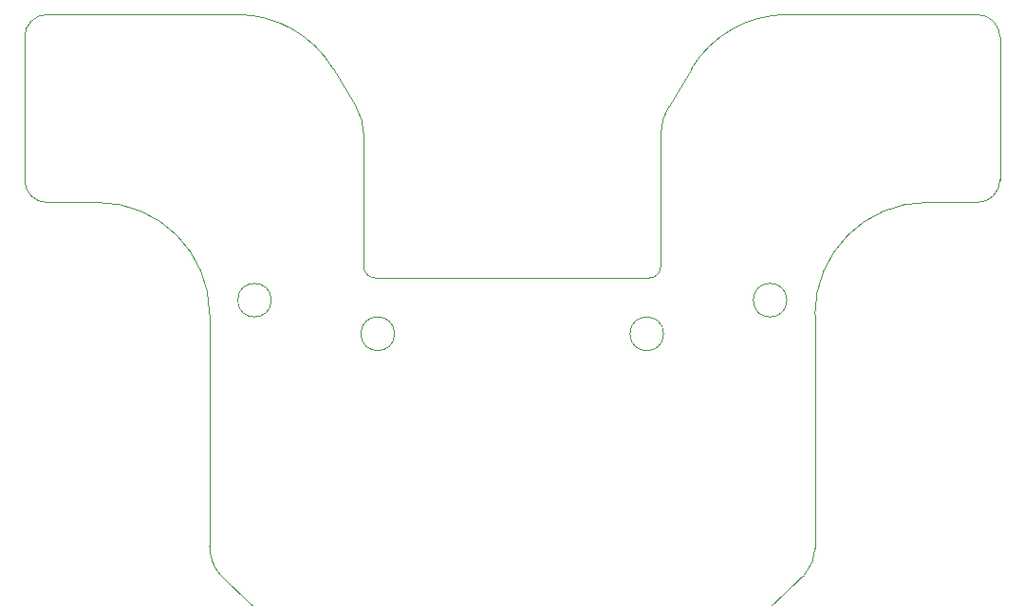
<source format=gbr>
G04 #@! TF.GenerationSoftware,KiCad,Pcbnew,9.0.2*
G04 #@! TF.CreationDate,2025-09-01T17:42:29-04:00*
G04 #@! TF.ProjectId,Trackball,54726163-6b62-4616-9c6c-2e6b69636164,rev?*
G04 #@! TF.SameCoordinates,Original*
G04 #@! TF.FileFunction,Profile,NP*
%FSLAX46Y46*%
G04 Gerber Fmt 4.6, Leading zero omitted, Abs format (unit mm)*
G04 Created by KiCad (PCBNEW 9.0.2) date 2025-09-01 17:42:29*
%MOMM*%
%LPD*%
G01*
G04 APERTURE LIST*
G04 #@! TA.AperFunction,Profile*
%ADD10C,0.050000*%
G04 #@! TD*
G04 APERTURE END LIST*
D10*
X85221290Y-80181030D02*
X85221290Y-92956030D01*
X104176382Y-78181031D02*
X87221290Y-78181030D01*
X101721290Y-104956030D02*
X101721290Y-125622386D01*
X87221290Y-94956030D02*
G75*
G02*
X85221290Y-92956030I0J2000000D01*
G01*
X102717571Y-128263915D02*
G75*
G02*
X101721327Y-125622386I3004019J2641585D01*
G01*
X142224620Y-106681030D02*
G75*
G02*
X139217960Y-106681030I-1503330J0D01*
G01*
X139217960Y-106681030D02*
G75*
G02*
X142224620Y-106681030I1503330J0D01*
G01*
X104176382Y-78181031D02*
G75*
G02*
X112736710Y-83011803I8J-9999999D01*
G01*
X155721290Y-125816568D02*
G75*
G02*
X154797764Y-128185450I-3500000J38D01*
G01*
X172221290Y-80181030D02*
X172221290Y-92956030D01*
X154713020Y-128277658D02*
X154797783Y-128185467D01*
X153266198Y-78181031D02*
X170221290Y-78181030D01*
X115471290Y-100681030D02*
X115471291Y-88932875D01*
X107221290Y-103681030D02*
G75*
G02*
X104221290Y-103681030I-1500000J0D01*
G01*
X104221290Y-103681030D02*
G75*
G02*
X107221290Y-103681030I1500000J0D01*
G01*
X142690455Y-86349378D02*
X144705876Y-83011807D01*
X91721290Y-94956030D02*
G75*
G02*
X101721290Y-104956030I0J-10000000D01*
G01*
X85221290Y-80181030D02*
G75*
G02*
X87221290Y-78181030I2000000J0D01*
G01*
X114752125Y-86349378D02*
G75*
G02*
X115471299Y-88932875I-4281335J-2583652D01*
G01*
X118224620Y-106681030D02*
G75*
G02*
X115217960Y-106681030I-1503330J0D01*
G01*
X115217960Y-106681030D02*
G75*
G02*
X118224620Y-106681030I1503330J0D01*
G01*
X102730934Y-128279110D02*
X102717571Y-128263915D01*
X154713020Y-128277658D02*
G75*
G02*
X102730934Y-128279110I-25991730J24596628D01*
G01*
X172221290Y-92956030D02*
G75*
G02*
X170221290Y-94956030I-2000000J0D01*
G01*
X141971290Y-100681030D02*
X141971289Y-88932875D01*
X144705876Y-83011807D02*
G75*
G02*
X153266198Y-78181038I8560314J-5169223D01*
G01*
X141971290Y-100681030D02*
G75*
G02*
X140971290Y-101681030I-1000000J0D01*
G01*
X140971290Y-101681030D02*
X116471290Y-101681030D01*
X116471290Y-101681030D02*
G75*
G02*
X115471290Y-100681030I0J1000000D01*
G01*
X155721290Y-104956030D02*
G75*
G02*
X165721290Y-94956030I10000000J0D01*
G01*
X170221290Y-78181030D02*
G75*
G02*
X172221290Y-80181030I0J-2000000D01*
G01*
X114752125Y-86349378D02*
X112736704Y-83011807D01*
X91721290Y-94956030D02*
X87221290Y-94956030D01*
X141971289Y-88932875D02*
G75*
G02*
X142690442Y-86349370I5000301J-55D01*
G01*
X155721290Y-104956030D02*
X155721290Y-125816568D01*
X153221290Y-103681030D02*
G75*
G02*
X150221290Y-103681030I-1500000J0D01*
G01*
X150221290Y-103681030D02*
G75*
G02*
X153221290Y-103681030I1500000J0D01*
G01*
X170221290Y-94956030D02*
X165721290Y-94956030D01*
M02*

</source>
